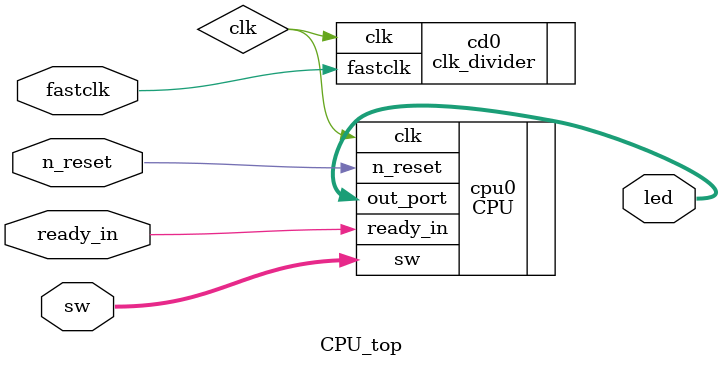
<source format=sv>
module CPU_top (
    input  logic       fastclk,
    input  logic       n_reset,
    input  logic       ready_in,
    input  logic [7:0] sw,
    output logic [7:0] led
);

logic clk;

clk_divider #(
    25 //divide 50MHz clk by 2^25 \approx 1s period
) cd0 (
    .fastclk(fastclk),
    .clk    (clk    )
);

CPU cpu0 (
    .clk     (clk    ),
    .n_reset (n_reset),
    .ready_in(ready_in),
    .sw      (sw     ),
    .out_port(led    )
);

endmodule
</source>
